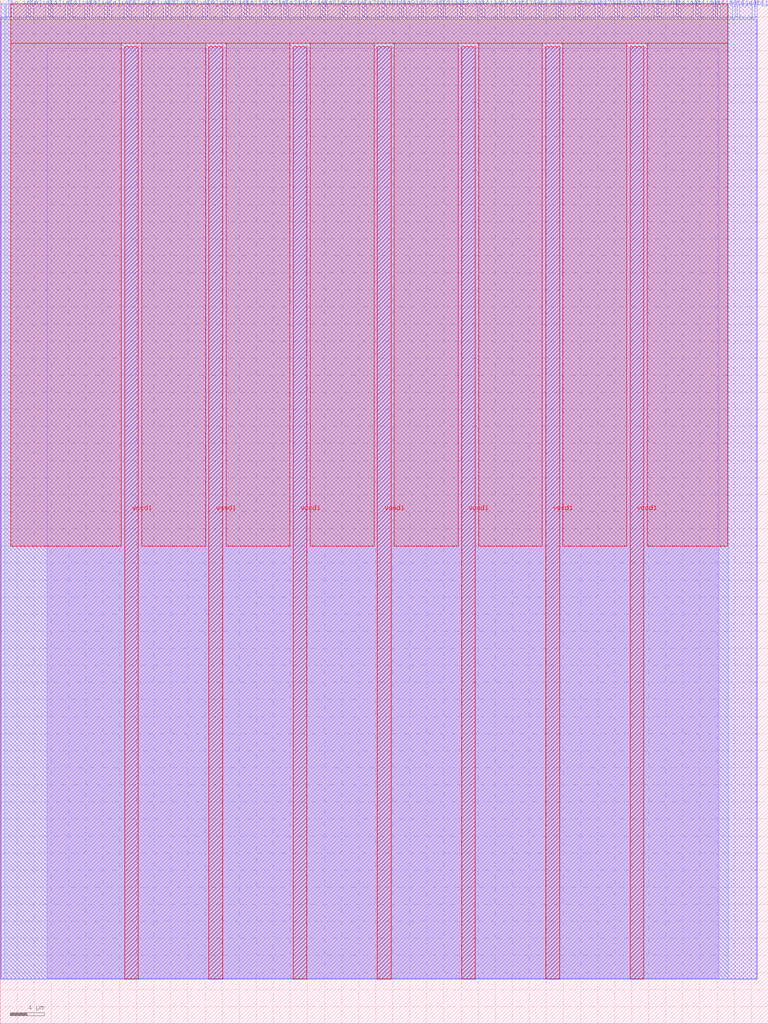
<source format=lef>
VERSION 5.7 ;
  NOWIREEXTENSIONATPIN ON ;
  DIVIDERCHAR "/" ;
  BUSBITCHARS "[]" ;
MACRO top
  CLASS BLOCK ;
  FOREIGN top ;
  ORIGIN 0.000 0.000 ;
  SIZE 90.000 BY 120.000 ;
  PIN io_in[0]
    DIRECTION INPUT ;
    USE SIGNAL ;
    PORT
      LAYER met2 ;
        RECT 1.010 118.000 1.290 120.000 ;
    END
  END io_in[0]
  PIN io_in[10]
    DIRECTION INPUT ;
    USE SIGNAL ;
    PORT
      LAYER met2 ;
        RECT 24.010 118.000 24.290 120.000 ;
    END
  END io_in[10]
  PIN io_in[11]
    DIRECTION INPUT ;
    USE SIGNAL ;
    PORT
      LAYER met2 ;
        RECT 26.310 118.000 26.590 120.000 ;
    END
  END io_in[11]
  PIN io_in[12]
    DIRECTION INPUT ;
    USE SIGNAL ;
    PORT
      LAYER met2 ;
        RECT 28.610 118.000 28.890 120.000 ;
    END
  END io_in[12]
  PIN io_in[13]
    DIRECTION INPUT ;
    USE SIGNAL ;
    PORT
      LAYER met2 ;
        RECT 30.910 118.000 31.190 120.000 ;
    END
  END io_in[13]
  PIN io_in[14]
    DIRECTION INPUT ;
    USE SIGNAL ;
    PORT
      LAYER met2 ;
        RECT 33.210 118.000 33.490 120.000 ;
    END
  END io_in[14]
  PIN io_in[15]
    DIRECTION INPUT ;
    USE SIGNAL ;
    PORT
      LAYER met2 ;
        RECT 35.510 118.000 35.790 120.000 ;
    END
  END io_in[15]
  PIN io_in[16]
    DIRECTION INPUT ;
    USE SIGNAL ;
    PORT
      LAYER met2 ;
        RECT 37.810 118.000 38.090 120.000 ;
    END
  END io_in[16]
  PIN io_in[17]
    DIRECTION INPUT ;
    USE SIGNAL ;
    PORT
      LAYER met2 ;
        RECT 40.110 118.000 40.390 120.000 ;
    END
  END io_in[17]
  PIN io_in[18]
    DIRECTION INPUT ;
    USE SIGNAL ;
    PORT
      LAYER met2 ;
        RECT 42.410 118.000 42.690 120.000 ;
    END
  END io_in[18]
  PIN io_in[19]
    DIRECTION INPUT ;
    USE SIGNAL ;
    PORT
      LAYER met2 ;
        RECT 44.710 118.000 44.990 120.000 ;
    END
  END io_in[19]
  PIN io_in[1]
    DIRECTION INPUT ;
    USE SIGNAL ;
    PORT
      LAYER met2 ;
        RECT 3.310 118.000 3.590 120.000 ;
    END
  END io_in[1]
  PIN io_in[20]
    DIRECTION INPUT ;
    USE SIGNAL ;
    PORT
      LAYER met2 ;
        RECT 47.010 118.000 47.290 120.000 ;
    END
  END io_in[20]
  PIN io_in[21]
    DIRECTION INPUT ;
    USE SIGNAL ;
    PORT
      LAYER met2 ;
        RECT 49.310 118.000 49.590 120.000 ;
    END
  END io_in[21]
  PIN io_in[2]
    DIRECTION INPUT ;
    USE SIGNAL ;
    PORT
      LAYER met2 ;
        RECT 5.610 118.000 5.890 120.000 ;
    END
  END io_in[2]
  PIN io_in[3]
    DIRECTION INPUT ;
    USE SIGNAL ;
    PORT
      LAYER met2 ;
        RECT 7.910 118.000 8.190 120.000 ;
    END
  END io_in[3]
  PIN io_in[4]
    DIRECTION INPUT ;
    USE SIGNAL ;
    PORT
      LAYER met2 ;
        RECT 10.210 118.000 10.490 120.000 ;
    END
  END io_in[4]
  PIN io_in[5]
    DIRECTION INPUT ;
    USE SIGNAL ;
    PORT
      LAYER met2 ;
        RECT 12.510 118.000 12.790 120.000 ;
    END
  END io_in[5]
  PIN io_in[6]
    DIRECTION INPUT ;
    USE SIGNAL ;
    PORT
      LAYER met2 ;
        RECT 14.810 118.000 15.090 120.000 ;
    END
  END io_in[6]
  PIN io_in[7]
    DIRECTION INPUT ;
    USE SIGNAL ;
    PORT
      LAYER met2 ;
        RECT 17.110 118.000 17.390 120.000 ;
    END
  END io_in[7]
  PIN io_in[8]
    DIRECTION INPUT ;
    USE SIGNAL ;
    PORT
      LAYER met2 ;
        RECT 19.410 118.000 19.690 120.000 ;
    END
  END io_in[8]
  PIN io_in[9]
    DIRECTION INPUT ;
    USE SIGNAL ;
    PORT
      LAYER met2 ;
        RECT 21.710 118.000 21.990 120.000 ;
    END
  END io_in[9]
  PIN io_out[0]
    DIRECTION OUTPUT TRISTATE ;
    USE SIGNAL ;
    PORT
      LAYER met2 ;
        RECT 51.610 118.000 51.890 120.000 ;
    END
  END io_out[0]
  PIN io_out[10]
    DIRECTION OUTPUT TRISTATE ;
    USE SIGNAL ;
    PORT
      LAYER met2 ;
        RECT 74.610 118.000 74.890 120.000 ;
    END
  END io_out[10]
  PIN io_out[11]
    DIRECTION OUTPUT TRISTATE ;
    USE SIGNAL ;
    PORT
      LAYER met2 ;
        RECT 76.910 118.000 77.190 120.000 ;
    END
  END io_out[11]
  PIN io_out[12]
    DIRECTION OUTPUT TRISTATE ;
    USE SIGNAL ;
    PORT
      LAYER met2 ;
        RECT 79.210 118.000 79.490 120.000 ;
    END
  END io_out[12]
  PIN io_out[13]
    DIRECTION OUTPUT TRISTATE ;
    USE SIGNAL ;
    PORT
      LAYER met2 ;
        RECT 81.510 118.000 81.790 120.000 ;
    END
  END io_out[13]
  PIN io_out[14]
    DIRECTION OUTPUT TRISTATE ;
    USE SIGNAL ;
    PORT
      LAYER met2 ;
        RECT 83.810 118.000 84.090 120.000 ;
    END
  END io_out[14]
  PIN io_out[15]
    DIRECTION OUTPUT TRISTATE ;
    USE SIGNAL ;
    PORT
      LAYER met2 ;
        RECT 86.110 118.000 86.390 120.000 ;
    END
  END io_out[15]
  PIN io_out[16]
    DIRECTION OUTPUT TRISTATE ;
    USE SIGNAL ;
    PORT
      LAYER met2 ;
        RECT 88.410 118.000 88.690 120.000 ;
    END
  END io_out[16]
  PIN io_out[1]
    DIRECTION OUTPUT TRISTATE ;
    USE SIGNAL ;
    PORT
      LAYER met2 ;
        RECT 53.910 118.000 54.190 120.000 ;
    END
  END io_out[1]
  PIN io_out[2]
    DIRECTION OUTPUT TRISTATE ;
    USE SIGNAL ;
    PORT
      LAYER met2 ;
        RECT 56.210 118.000 56.490 120.000 ;
    END
  END io_out[2]
  PIN io_out[3]
    DIRECTION OUTPUT TRISTATE ;
    USE SIGNAL ;
    PORT
      LAYER met2 ;
        RECT 58.510 118.000 58.790 120.000 ;
    END
  END io_out[3]
  PIN io_out[4]
    DIRECTION OUTPUT TRISTATE ;
    USE SIGNAL ;
    PORT
      LAYER met2 ;
        RECT 60.810 118.000 61.090 120.000 ;
    END
  END io_out[4]
  PIN io_out[5]
    DIRECTION OUTPUT TRISTATE ;
    USE SIGNAL ;
    PORT
      LAYER met2 ;
        RECT 63.110 118.000 63.390 120.000 ;
    END
  END io_out[5]
  PIN io_out[6]
    DIRECTION OUTPUT TRISTATE ;
    USE SIGNAL ;
    PORT
      LAYER met2 ;
        RECT 65.410 118.000 65.690 120.000 ;
    END
  END io_out[6]
  PIN io_out[7]
    DIRECTION OUTPUT TRISTATE ;
    USE SIGNAL ;
    PORT
      LAYER met2 ;
        RECT 67.710 118.000 67.990 120.000 ;
    END
  END io_out[7]
  PIN io_out[8]
    DIRECTION OUTPUT TRISTATE ;
    USE SIGNAL ;
    PORT
      LAYER met2 ;
        RECT 70.010 118.000 70.290 120.000 ;
    END
  END io_out[8]
  PIN io_out[9]
    DIRECTION OUTPUT TRISTATE ;
    USE SIGNAL ;
    PORT
      LAYER met2 ;
        RECT 72.310 118.000 72.590 120.000 ;
    END
  END io_out[9]
  PIN vccd1
    DIRECTION INOUT ;
    USE POWER ;
    PORT
      LAYER met4 ;
        RECT 14.590 5.200 16.190 114.480 ;
    END
    PORT
      LAYER met4 ;
        RECT 34.330 5.200 35.930 114.480 ;
    END
    PORT
      LAYER met4 ;
        RECT 54.070 5.200 55.670 114.480 ;
    END
    PORT
      LAYER met4 ;
        RECT 73.810 5.200 75.410 114.480 ;
    END
  END vccd1
  PIN vssd1
    DIRECTION INOUT ;
    USE GROUND ;
    PORT
      LAYER met4 ;
        RECT 24.460 5.200 26.060 114.480 ;
    END
    PORT
      LAYER met4 ;
        RECT 44.200 5.200 45.800 114.480 ;
    END
    PORT
      LAYER met4 ;
        RECT 63.940 5.200 65.540 114.480 ;
    END
  END vssd1
  OBS
      LAYER li1 ;
        RECT 5.520 5.355 84.180 114.325 ;
      LAYER met1 ;
        RECT 0.070 5.200 88.710 117.940 ;
      LAYER met2 ;
        RECT 0.100 117.720 0.730 119.525 ;
        RECT 1.570 117.720 3.030 119.525 ;
        RECT 3.870 117.720 5.330 119.525 ;
        RECT 6.170 117.720 7.630 119.525 ;
        RECT 8.470 117.720 9.930 119.525 ;
        RECT 10.770 117.720 12.230 119.525 ;
        RECT 13.070 117.720 14.530 119.525 ;
        RECT 15.370 117.720 16.830 119.525 ;
        RECT 17.670 117.720 19.130 119.525 ;
        RECT 19.970 117.720 21.430 119.525 ;
        RECT 22.270 117.720 23.730 119.525 ;
        RECT 24.570 117.720 26.030 119.525 ;
        RECT 26.870 117.720 28.330 119.525 ;
        RECT 29.170 117.720 30.630 119.525 ;
        RECT 31.470 117.720 32.930 119.525 ;
        RECT 33.770 117.720 35.230 119.525 ;
        RECT 36.070 117.720 37.530 119.525 ;
        RECT 38.370 117.720 39.830 119.525 ;
        RECT 40.670 117.720 42.130 119.525 ;
        RECT 42.970 117.720 44.430 119.525 ;
        RECT 45.270 117.720 46.730 119.525 ;
        RECT 47.570 117.720 49.030 119.525 ;
        RECT 49.870 117.720 51.330 119.525 ;
        RECT 52.170 117.720 53.630 119.525 ;
        RECT 54.470 117.720 55.930 119.525 ;
        RECT 56.770 117.720 58.230 119.525 ;
        RECT 59.070 117.720 60.530 119.525 ;
        RECT 61.370 117.720 62.830 119.525 ;
        RECT 63.670 117.720 65.130 119.525 ;
        RECT 65.970 117.720 67.430 119.525 ;
        RECT 68.270 117.720 69.730 119.525 ;
        RECT 70.570 117.720 72.030 119.525 ;
        RECT 72.870 117.720 74.330 119.525 ;
        RECT 75.170 117.720 76.630 119.525 ;
        RECT 77.470 117.720 78.930 119.525 ;
        RECT 79.770 117.720 81.230 119.525 ;
        RECT 82.070 117.720 83.530 119.525 ;
        RECT 84.370 117.720 85.830 119.525 ;
        RECT 86.670 117.720 88.130 119.525 ;
        RECT 0.100 5.255 88.680 117.720 ;
      LAYER met3 ;
        RECT 0.525 5.275 85.290 119.505 ;
      LAYER met4 ;
        RECT 1.215 114.880 85.265 119.505 ;
        RECT 1.215 55.935 14.190 114.880 ;
        RECT 16.590 55.935 24.060 114.880 ;
        RECT 26.460 55.935 33.930 114.880 ;
        RECT 36.330 55.935 43.800 114.880 ;
        RECT 46.200 55.935 53.670 114.880 ;
        RECT 56.070 55.935 63.540 114.880 ;
        RECT 65.940 55.935 73.410 114.880 ;
        RECT 75.810 55.935 85.265 114.880 ;
  END
END top
END LIBRARY


</source>
